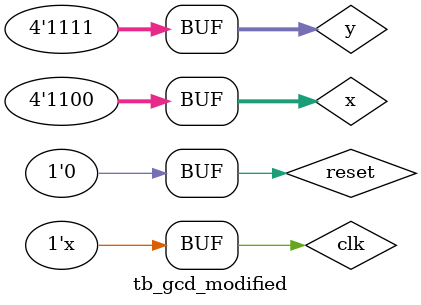
<source format=v>
`timescale 1ns / 1ps

/** @module : tb_gcd_modified
 *  @author : Secure Trusted and Assured Microelectronics (STAM) Center

 *  Copyright (c) 2023 PQC.Secure (STAM/SCAI/ASU)
 *  Permission is hereby granted, free of charge, to any person obtaining a copy
 *  of this software and associated documentation files (the "Software"), to deal
 *  in the Software without restriction, including without limitation the rights
 *  to use, copy, modify, merge, publish, distribute, sublicense, and/or sell
 *  copies of the Software, and to permit persons to whom the Software is
 *  furnished to do so, subject to the following conditions:
 *  The above copyright notice and this permission notice shall be included in
 *  all copies or substantial portions of the Software.
 *
 *  THE SOFTWARE IS PROVIDED "AS IS", WITHOUT WARRANTY OF ANY KIND, EXPRESS OR
 *  IMPLIED, INCLUDING BUT NOT LIMITED TO THE WARRANTIES OF MERCHANTABILITY,
 *  FITNESS FOR A PARTICULAR PURPOSE AND NONINFRINGEMENT. IN NO EVENT SHALL THE
 *  AUTHORS OR COPYRIGHT HOLDERS BE LIABLE FOR ANY CLAIM, DAMAGES OR OTHER
 *  LIABILITY, WHETHER IN AN ACTION OF CONTRACT, TORT OR OTHERWISE, ARISING FROM,
 *  OUT OF OR IN CONNECTION WITH THE SOFTWARE OR THE USE OR OTHER DEALINGS IN
 *  THE SOFTWARE.
 *
 *
 */

module tb_gcd_modified;

reg clk, reset;
reg [3:0] x, y;
wire [3:0] result;

gcd_modified dut(.clk(clk), .reset(reset), .x(x), .y(y), .result(result));

always #5 clk = ~clk;

initial begin
    clk = 0;
    reset = 1;
    x = 12;
    y = 15;
    #10; reset = 0;
    //#10; x = 12; y = 4;
end

endmodule

</source>
